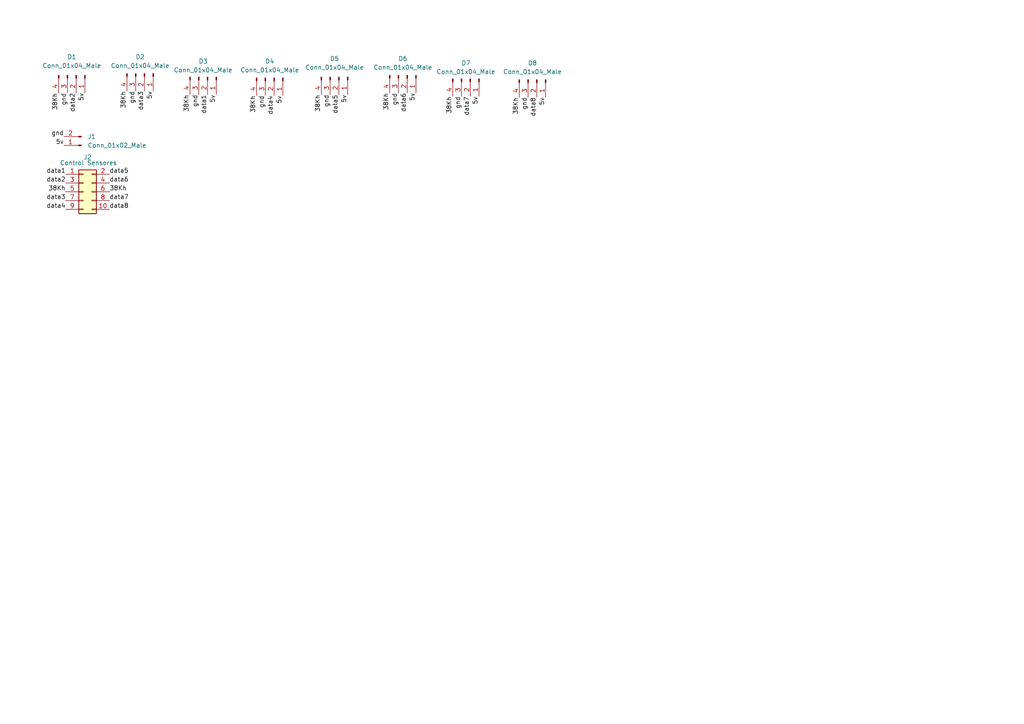
<source format=kicad_sch>
(kicad_sch (version 20211123) (generator eeschema)
  (paper "A4")
  (lib_symbols
    (symbol "Connector:Conn_01x02_Male" (pin_names (offset 1.016) hide)
      (property "Reference" "J" (at 0 2.54 0))
      (property "Value" "Conn_01x02_Male" (at 0 -5.08 0))
      (symbol "Conn_01x02_Male_1_1"
        (polyline (pts (xy 1.27 -2.54) (xy 0.8636 -2.54)) (stroke (width 0.1524)))
        (polyline (pts (xy 1.27 0) (xy 0.8636 0)) (stroke (width 0.1524)))
        (rectangle (start 0.8636 -2.413) (end 0 -2.667) (stroke (width 0.1524)) (fill (type outline)))
        (rectangle (start 0.8636 0.127) (end 0 -0.127) (stroke (width 0.1524)) (fill (type outline)))
        (pin passive line (at 5.08 0 180) (length 3.81) (name "Pin_1") (number "1"))
        (pin passive line (at 5.08 -2.54 180) (length 3.81) (name "Pin_2") (number "2"))
      )
    )
    (symbol "Connector:Conn_01x04_Male" (pin_names (offset 1.016) hide)
      (property "Reference" "J" (at 0 5.08 0))
      (property "Value" "Conn_01x04_Male" (at 0 -7.62 0))
      (symbol "Conn_01x04_Male_1_1"
        (polyline (pts (xy 1.27 -5.08) (xy 0.8636 -5.08)) (stroke (width 0.1524)))
        (polyline (pts (xy 1.27 -2.54) (xy 0.8636 -2.54)) (stroke (width 0.1524)))
        (polyline (pts (xy 1.27 0) (xy 0.8636 0)) (stroke (width 0.1524)))
        (polyline (pts (xy 1.27 2.54) (xy 0.8636 2.54)) (stroke (width 0.1524)))
        (rectangle (start 0.8636 -4.953) (end 0 -5.207) (stroke (width 0.1524)) (fill (type outline)))
        (rectangle (start 0.8636 -2.413) (end 0 -2.667) (stroke (width 0.1524)) (fill (type outline)))
        (rectangle (start 0.8636 0.127) (end 0 -0.127) (stroke (width 0.1524)) (fill (type outline)))
        (rectangle (start 0.8636 2.667) (end 0 2.413) (stroke (width 0.1524)) (fill (type outline)))
        (pin passive line (at 5.08 2.54 180) (length 3.81) (name "Pin_1") (number "1"))
        (pin passive line (at 5.08 0 180) (length 3.81) (name "Pin_2") (number "2"))
        (pin passive line (at 5.08 -2.54 180) (length 3.81) (name "Pin_3") (number "3"))
        (pin passive line (at 5.08 -5.08 180) (length 3.81) (name "Pin_4") (number "4"))
      )
    )
    (symbol "Connector_Generic:Conn_02x05_Odd_Even" (pin_names (offset 1.016) hide)
      (property "Reference" "J" (at 1.27 7.62 0))
      (property "Value" "Conn_02x05_Odd_Even" (at 1.27 -7.62 0))
      (symbol "Conn_02x05_Odd_Even_1_1"
        (rectangle (start -1.27 -4.953) (end 0 -5.207) (stroke (width 0.1524)))
        (rectangle (start -1.27 -2.413) (end 0 -2.667) (stroke (width 0.1524)))
        (rectangle (start -1.27 0.127) (end 0 -0.127) (stroke (width 0.1524)))
        (rectangle (start -1.27 2.667) (end 0 2.413) (stroke (width 0.1524)))
        (rectangle (start -1.27 5.207) (end 0 4.953) (stroke (width 0.1524)))
        (rectangle (start -1.27 6.35) (end 3.81 -6.35) (stroke (width 0.254)) (fill (type background)))
        (rectangle (start 3.81 -4.953) (end 2.54 -5.207) (stroke (width 0.1524)))
        (rectangle (start 3.81 -2.413) (end 2.54 -2.667) (stroke (width 0.1524)))
        (rectangle (start 3.81 0.127) (end 2.54 -0.127) (stroke (width 0.1524)))
        (rectangle (start 3.81 2.667) (end 2.54 2.413) (stroke (width 0.1524)))
        (rectangle (start 3.81 5.207) (end 2.54 4.953) (stroke (width 0.1524)))
        (pin passive line (at -5.08 5.08 0) (length 3.81) (name "Pin_1") (number "1"))
        (pin passive line (at 7.62 -5.08 180) (length 3.81) (name "Pin_10") (number "10"))
        (pin passive line (at 7.62 5.08 180) (length 3.81) (name "Pin_2") (number "2"))
        (pin passive line (at -5.08 2.54 0) (length 3.81) (name "Pin_3") (number "3"))
        (pin passive line (at 7.62 2.54 180) (length 3.81) (name "Pin_4") (number "4"))
        (pin passive line (at -5.08 0 0) (length 3.81) (name "Pin_5") (number "5"))
        (pin passive line (at 7.62 0 180) (length 3.81) (name "Pin_6") (number "6"))
        (pin passive line (at -5.08 -2.54 0) (length 3.81) (name "Pin_7") (number "7"))
        (pin passive line (at 7.62 -2.54 180) (length 3.81) (name "Pin_8") (number "8"))
        (pin passive line (at -5.08 -5.08 0) (length 3.81) (name "Pin_9") (number "9"))
      )
    )
  )
  (label "38Kh" (at 74.422 27.686 270))
  (label "data1" (at 19.05 50.546 180))
  (label "5v" (at 100.838 27.432 270))
  (label "5v" (at 24.638 26.924 270))
  (label "38Kh" (at 55.118 27.432 270))
  (label "38Kh" (at 113.03 26.924 270))
  (label "data3" (at 41.91 26.416 270))
  (label "38Kh" (at 31.75 55.626 0))
  (label "data4" (at 19.05 60.706 180))
  (label "5v" (at 44.45 26.416 270))
  (label "data7" (at 31.75 58.166 0))
  (label "5v" (at 82.042 27.686 270))
  (label "38Kh" (at 131.318 27.94 270))
  (label "data2" (at 19.05 53.086 180))
  (label "gnd" (at 18.542 39.624 180))
  (label "data6" (at 118.11 26.924 270))
  (label "gnd" (at 19.558 26.924 270))
  (label "data6" (at 31.75 53.086 0))
  (label "data8" (at 31.75 60.706 0))
  (label "gnd" (at 39.37 26.416 270))
  (label "data4" (at 79.502 27.686 270))
  (label "data5" (at 31.75 50.546 0))
  (label "data1" (at 60.198 27.432 270))
  (label "38Kh" (at 19.05 55.626 180))
  (label "5v" (at 120.65 26.924 270))
  (label "38Kh" (at 150.622 28.194 270))
  (label "5v" (at 62.738 27.432 270))
  (label "38Kh" (at 17.018 26.924 270))
  (label "gnd" (at 76.962 27.686 270))
  (label "38Kh" (at 93.218 27.432 270))
  (label "5v" (at 158.242 28.194 270))
  (label "gnd" (at 133.858 27.94 270))
  (label "data8" (at 155.702 28.194 270))
  (label "gnd" (at 95.758 27.432 270))
  (label "38Kh" (at 36.83 26.416 270))
  (label "gnd" (at 115.57 26.924 270))
  (label "5v" (at 138.938 27.94 270))
  (label "data2" (at 22.098 26.924 270))
  (label "gnd" (at 153.162 28.194 270))
  (label "gnd" (at 57.658 27.432 270))
  (label "5v" (at 18.542 42.164 180))
  (label "data3" (at 19.05 58.166 180))
  (label "data7" (at 136.398 27.94 270))
  (label "data5" (at 98.298 27.432 270))
  (symbol (lib_id "Connector:Conn_01x02_Male") (at 23.622 42.164 180) (unit 1)
    (property "Reference" "J1" (at 25.4 39.6239 0) (effects (justify right)))
    (property "Value" "Conn_01x02_Male" (at 25.4 42.1639 0) (effects (justify right)))
    (property "Footprint" "TerminalBlock:TerminalBlock_bornier-2_P5.08mm" (effects hide))
  )
  (symbol (lib_id "Connector:Conn_01x04_Male") (at 118.11 21.844 270) (unit 1)
    (property "Reference" "D6" (at 116.84 17.018 90))
    (property "Value" "Conn_01x04_Male" (at 116.84 19.558 90))
    (property "Footprint" "Connector_PinHeader_2.54mm:PinHeader_1x04_P2.54mm_Vertical" (effects hide))
  )
  (symbol (lib_id "Connector:Conn_01x04_Male") (at 60.198 22.352 270) (unit 1)
    (property "Reference" "D3" (at 58.928 17.78 90))
    (property "Value" "Conn_01x04_Male" (at 58.928 20.32 90))
    (property "Footprint" "Connector_PinHeader_2.54mm:PinHeader_1x04_P2.54mm_Vertical" (effects hide))
  )
  (symbol (lib_id "Connector:Conn_01x04_Male") (at 79.502 22.606 270) (unit 1)
    (property "Reference" "D4" (at 78.232 17.78 90))
    (property "Value" "Conn_01x04_Male" (at 78.232 20.32 90))
    (property "Footprint" "Connector_PinHeader_2.54mm:PinHeader_1x04_P2.54mm_Vertical" (effects hide))
  )
  (symbol (lib_id "Connector:Conn_01x04_Male") (at 98.298 22.352 270) (unit 1)
    (property "Reference" "D5" (at 97.028 17.018 90))
    (property "Value" "Conn_01x04_Male" (at 97.028 19.558 90))
    (property "Footprint" "Connector_PinHeader_2.54mm:PinHeader_1x04_P2.54mm_Vertical" (effects hide))
  )
  (symbol (lib_id "Connector:Conn_01x04_Male") (at 41.91 21.336 270) (unit 1)
    (property "Reference" "D2" (at 40.64 16.51 90))
    (property "Value" "Conn_01x04_Male" (at 40.64 19.05 90))
    (property "Footprint" "Connector_PinHeader_2.54mm:PinHeader_1x04_P2.54mm_Vertical" (effects hide))
  )
  (symbol (lib_id "Connector_Generic:Conn_02x05_Odd_Even") (at 24.13 55.626 0) (unit 1)
    (property "Reference" "J2" (at 25.4 45.5762 0))
    (property "Value" "Control Sensores" (at 25.654 47.244 0))
    (property "Footprint" "Connector_IDC:IDC-Header_2x05_P2.54mm_Vertical" (effects hide))
  )
  (symbol (lib_id "Connector:Conn_01x04_Male") (at 136.398 22.86 270) (unit 1)
    (property "Reference" "D7" (at 135.128 18.288 90))
    (property "Value" "Conn_01x04_Male" (at 135.128 20.828 90))
    (property "Footprint" "Connector_PinHeader_2.54mm:PinHeader_1x04_P2.54mm_Vertical" (effects hide))
  )
  (symbol (lib_id "Connector:Conn_01x04_Male") (at 22.098 21.844 270) (unit 1)
    (property "Reference" "D1" (at 20.828 16.51 90))
    (property "Value" "Conn_01x04_Male" (at 20.828 19.05 90))
    (property "Footprint" "Connector_PinHeader_2.54mm:PinHeader_1x04_P2.54mm_Vertical" (effects hide))
  )
  (symbol (lib_id "Connector:Conn_01x04_Male") (at 155.702 23.114 270) (unit 1)
    (property "Reference" "D8" (at 154.432 18.288 90))
    (property "Value" "Conn_01x04_Male" (at 154.432 20.828 90))
    (property "Footprint" "Connector_PinHeader_2.54mm:PinHeader_1x04_P2.54mm_Vertical" (effects hide))
  )
)
</source>
